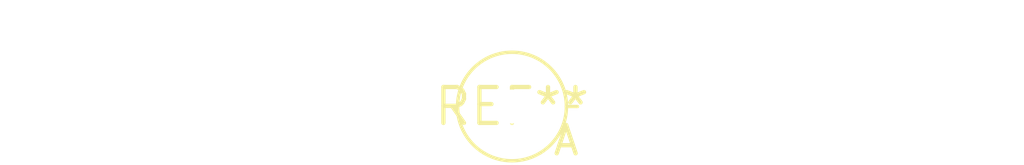
<source format=kicad_pcb>
(kicad_pcb (version 20240108) (generator pcbnew)
  (layers (0 "F.Cu" signal) (31 "B.Cu" signal) (34 "B.Paste" user) (35 "F.Paste" user) (36 "B.SilkS" user "B.Silkscreen") (37 "F.SilkS" user "F.Silkscreen") (38 "B.Mask" user) (39 "F.Mask" user) (44 "Edge.Cuts" user))
  (net 0 "")
  (footprint "D_DO-15_P3.81mm_Vertical_AnodeUp" (layer "F.Cu") (at 0 0)
    (property "Reference" "REF**")
    (property "Value" "D_DO-15_P3.81mm_Vertical_AnodeUp")
    (fp_line (start 1.92 0) (end 2.31 0) (layer "F.SilkS") (stroke (width 0.12)))
    (fp_circle (center 0 0) (end 1.92 0) (layer "F.SilkS") (stroke (width 0.12)) (fill none))
    (fp_text user "A" (at 1.91 1.2 0) (layer "F.SilkS"))
    (pad "1" thru_hole rect (at 0 0) (size 2.4 2.4) (drill 1.2) (layers *.Cu *.Mask) (remove_unused_layers))
    (pad "2" thru_hole oval (at 3.81 0) (size 2.4 2.4) (drill 1.2) (layers *.Cu *.Mask) (remove_unused_layers))
  )
)
</source>
